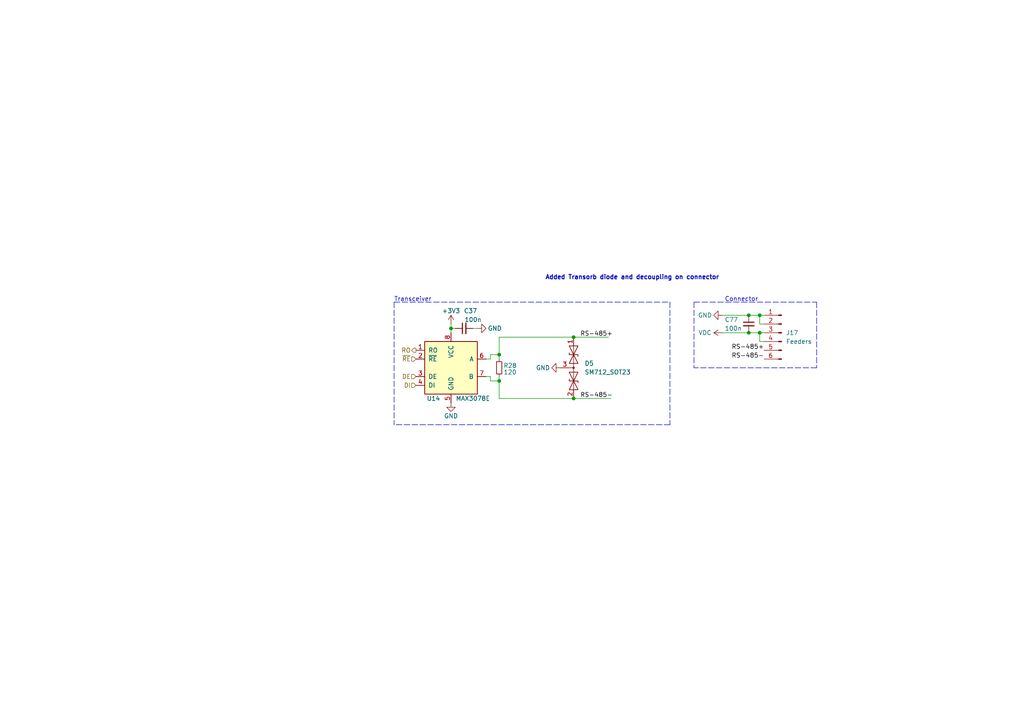
<source format=kicad_sch>
(kicad_sch (version 20211123) (generator eeschema)
  (paper "A4")
  (title_block (title "LumenPnP Motherboard") (date "2022-09-09") (rev "004A") (company "Opulo") (comment 1 "Reengineered by Magpie"))
  (lib_symbols
    (symbol "Connector:Conn_01x06_Male" (pin_names (offset 1.016) hide)
      (property "Reference" "J" (at 0 7.62 0))
      (property "Value" "Conn_01x06_Male" (at 0 -10.16 0))
      (symbol "Conn_01x06_Male_1_1"
        (polyline (pts (xy 1.27 -7.62) (xy 0.8636 -7.62)) (stroke (width 0.1524)))
        (polyline (pts (xy 1.27 -5.08) (xy 0.8636 -5.08)) (stroke (width 0.1524)))
        (polyline (pts (xy 1.27 -2.54) (xy 0.8636 -2.54)) (stroke (width 0.1524)))
        (polyline (pts (xy 1.27 0) (xy 0.8636 0)) (stroke (width 0.1524)))
        (polyline (pts (xy 1.27 2.54) (xy 0.8636 2.54)) (stroke (width 0.1524)))
        (polyline (pts (xy 1.27 5.08) (xy 0.8636 5.08)) (stroke (width 0.1524)))
        (rectangle (start 0.8636 -7.493) (end 0 -7.747) (stroke (width 0.1524)) (fill (type outline)))
        (rectangle (start 0.8636 -4.953) (end 0 -5.207) (stroke (width 0.1524)) (fill (type outline)))
        (rectangle (start 0.8636 -2.413) (end 0 -2.667) (stroke (width 0.1524)) (fill (type outline)))
        (rectangle (start 0.8636 0.127) (end 0 -0.127) (stroke (width 0.1524)) (fill (type outline)))
        (rectangle (start 0.8636 2.667) (end 0 2.413) (stroke (width 0.1524)) (fill (type outline)))
        (rectangle (start 0.8636 5.207) (end 0 4.953) (stroke (width 0.1524)) (fill (type outline)))
        (pin passive line (at 5.08 5.08 180) (length 3.81) (name "Pin_1") (number "1"))
        (pin passive line (at 5.08 2.54 180) (length 3.81) (name "Pin_2") (number "2"))
        (pin passive line (at 5.08 0 180) (length 3.81) (name "Pin_3") (number "3"))
        (pin passive line (at 5.08 -2.54 180) (length 3.81) (name "Pin_4") (number "4"))
        (pin passive line (at 5.08 -5.08 180) (length 3.81) (name "Pin_5") (number "5"))
        (pin passive line (at 5.08 -7.62 180) (length 3.81) (name "Pin_6") (number "6"))
      )
    )
    (symbol "Device:C_Small" (pin_numbers hide) (pin_names (offset 0.254) hide)
      (property "Reference" "C" (at 0.254 1.778 0))
      (property "Value" "C_Small" (at 0.254 -2.032 0))
      (symbol "C_Small_0_1"
        (polyline (pts (xy -1.524 -0.508) (xy 1.524 -0.508)) (stroke (width 0.3302)))
        (polyline (pts (xy -1.524 0.508) (xy 1.524 0.508)) (stroke (width 0.3048)))
      )
      (symbol "C_Small_1_1"
        (pin passive line (at 0 2.54 270) (length 2.032) (name "~") (number "1"))
        (pin passive line (at 0 -2.54 90) (length 2.032) (name "~") (number "2"))
      )
    )
    (symbol "Device:R_Small" (pin_numbers hide) (pin_names (offset 0.254) hide)
      (property "Reference" "R" (at 0.762 0.508 0))
      (property "Value" "R_Small" (at 0.762 -1.016 0))
      (symbol "R_Small_0_1"
        (rectangle (start -0.762 1.778) (end 0.762 -1.778) (stroke (width 0.2032)))
      )
      (symbol "R_Small_1_1"
        (pin passive line (at 0 2.54 270) (length 0.762) (name "~") (number "1"))
        (pin passive line (at 0 -2.54 90) (length 0.762) (name "~") (number "2"))
      )
    )
    (symbol "Diode:SM712_SOT23" (pin_names (offset 1.016) hide)
      (property "Reference" "D" (at 0 4.445 0))
      (property "Value" "SM712_SOT23" (at 0 2.54 0))
      (symbol "SM712_SOT23_0_0"
        (polyline (pts (xy 0 -1.27) (xy 0 0)))
      )
      (symbol "SM712_SOT23_0_1"
        (polyline (pts (xy -6.35 0) (xy 6.35 0)))
        (polyline (pts (xy -3.302 1.27) (xy -3.81 1.27) (xy -3.81 -1.27) (xy -4.318 -1.27)) (stroke (width 0.2032)))
        (polyline (pts (xy 4.318 1.27) (xy 3.81 1.27) (xy 3.81 -1.27) (xy 3.302 -1.27)) (stroke (width 0.2032)))
        (polyline (pts (xy -6.35 -1.27) (xy -1.27 1.27) (xy -1.27 -1.27) (xy -6.35 1.27) (xy -6.35 -1.27)) (stroke (width 0.2032)))
        (polyline (pts (xy 1.27 -1.27) (xy 1.27 1.27) (xy 6.35 -1.27) (xy 6.35 1.27) (xy 1.27 -1.27)) (stroke (width 0.2032)))
        (circle (center 0 0) (radius 0.254) (fill (type outline)))
      )
      (symbol "SM712_SOT23_1_1"
        (pin passive line (at -8.89 0 0) (length 2.54) (name "A1") (number "1"))
        (pin passive line (at 8.89 0 180) (length 2.54) (name "A2") (number "2"))
        (pin input line (at 0 -3.81 90) (length 2.54) (name "common") (number "3"))
      )
    )
    (symbol "Interface_UART:MAX3078E" (pin_names (offset 1.016))
      (property "Reference" "U" (at -7.62 8.89 0))
      (property "Value" "MAX3078E" (at 2.54 8.89 0))
      (symbol "MAX3078E_0_1"
        (rectangle (start -7.62 7.62) (end 7.62 -7.62) (stroke (width 0.254)) (fill (type background)))
      )
      (symbol "MAX3078E_1_1"
        (pin output line (at -10.16 5.08 0) (length 2.54) (name "RO") (number "1"))
        (pin input line (at -10.16 2.54 0) (length 2.54) (name "~{RE}") (number "2"))
        (pin input line (at -10.16 -2.54 0) (length 2.54) (name "DE") (number "3"))
        (pin input line (at -10.16 -5.08 0) (length 2.54) (name "DI") (number "4"))
        (pin power_in line (at 0 -10.16 90) (length 2.54) (name "GND") (number "5"))
        (pin bidirectional line (at 10.16 2.54 180) (length 2.54) (name "A") (number "6"))
        (pin bidirectional line (at 10.16 -2.54 180) (length 2.54) (name "B") (number "7"))
        (pin power_in line (at 0 10.16 270) (length 2.54) (name "VCC") (number "8"))
      )
    )
    (symbol "power:+3.3V" (power) (pin_names (offset 0))
      (property "Value" "+3.3V" (at 0 3.556 0))
      (symbol "+3.3V_0_1"
        (polyline (pts (xy -0.762 1.27) (xy 0 2.54)))
        (polyline (pts (xy 0 0) (xy 0 2.54)))
        (polyline (pts (xy 0 2.54) (xy 0.762 1.27)))
      )
      (symbol "+3.3V_1_1"
        (pin power_in line (at 0 0 90) (length 0) hide (name "+3V3") (number "1"))
      )
    )
    (symbol "power:GND" (power) (pin_names (offset 0))
      (property "Value" "GND" (at 0 -3.81 0))
      (symbol "GND_0_1"
        (polyline (pts (xy 0 0) (xy 0 -1.27) (xy 1.27 -1.27) (xy 0 -2.54) (xy -1.27 -1.27) (xy 0 -1.27)))
      )
      (symbol "GND_1_1"
        (pin power_in line (at 0 0 270) (length 0) hide (name "GND") (number "1"))
      )
    )
    (symbol "power:VDC" (power) (pin_names (offset 0))
      (property "Value" "VDC" (at 0 6.35 0))
      (symbol "VDC_0_1"
        (polyline (pts (xy -0.762 1.27) (xy 0 2.54)))
        (polyline (pts (xy 0 0) (xy 0 2.54)))
        (polyline (pts (xy 0 2.54) (xy 0.762 1.27)))
      )
      (symbol "VDC_1_1"
        (pin power_in line (at 0 0 90) (length 0) hide (name "VDC") (number "1"))
      )
    )
  )
  (junction (at 220.345 96.52))
  (junction (at 144.78 110.49))
  (junction (at 217.17 91.44))
  (junction (at 166.37 115.57))
  (junction (at 166.37 97.79))
  (junction (at 130.81 95.25))
  (junction (at 220.345 91.44))
  (junction (at 144.78 102.87))
  (junction (at 217.17 96.52))
  (wire (pts (xy 209.55 91.44) (xy 217.17 91.44)))
  (wire (pts (xy 142.24 102.87) (xy 144.78 102.87)))
  (wire (pts (xy 220.345 96.52) (xy 221.615 96.52)))
  (wire (pts (xy 142.24 104.14) (xy 142.24 102.87)))
  (wire (pts (xy 142.24 110.49) (xy 144.78 110.49)))
  (wire (pts (xy 144.78 102.87) (xy 144.78 97.79)))
  (wire (pts (xy 166.37 97.79) (xy 176.53 97.79)))
  (wire (pts (xy 217.17 91.44) (xy 220.345 91.44)))
  (wire (pts (xy 221.615 99.06) (xy 220.345 99.06)))
  (wire (pts (xy 144.78 109.22) (xy 144.78 110.49)))
  (wire (pts (xy 220.345 91.44) (xy 221.615 91.44)))
  (polyline (pts (xy 236.855 106.68) (xy 201.295 106.68)))
  (polyline (pts (xy 194.31 87.63) (xy 194.31 123.19)))
  (wire (pts (xy 220.345 93.98) (xy 220.345 91.44)))
  (wire (pts (xy 221.615 93.98) (xy 220.345 93.98)))
  (polyline (pts (xy 114.3 87.63) (xy 114.3 123.19)))
  (wire (pts (xy 132.08 95.25) (xy 130.81 95.25)))
  (wire (pts (xy 217.17 96.52) (xy 220.345 96.52)))
  (wire (pts (xy 140.97 109.22) (xy 142.24 109.22)))
  (wire (pts (xy 144.78 97.79) (xy 166.37 97.79)))
  (polyline (pts (xy 201.295 87.63) (xy 201.295 106.68)))
  (wire (pts (xy 144.78 115.57) (xy 166.37 115.57)))
  (wire (pts (xy 220.345 96.52) (xy 220.345 99.06)))
  (wire (pts (xy 130.81 95.25) (xy 130.81 96.52)))
  (wire (pts (xy 209.55 96.52) (xy 217.17 96.52)))
  (polyline (pts (xy 194.31 123.19) (xy 114.3 123.19)))
  (wire (pts (xy 144.78 110.49) (xy 144.78 115.57)))
  (wire (pts (xy 140.97 104.14) (xy 142.24 104.14)))
  (wire (pts (xy 142.24 109.22) (xy 142.24 110.49)))
  (wire (pts (xy 137.16 95.25) (xy 138.43 95.25)))
  (wire (pts (xy 144.78 102.87) (xy 144.78 104.14)))
  (wire (pts (xy 130.81 95.25) (xy 130.81 93.98)))
  (polyline (pts (xy 114.3 87.63) (xy 194.31 87.63)))
  (polyline (pts (xy 201.295 87.63) (xy 236.855 87.63)))
  (wire (pts (xy 166.37 115.57) (xy 177.165 115.57)))
  (polyline (pts (xy 236.855 87.63) (xy 236.855 106.68)))
  (text "Transceiver" (at 114.3 87.63 0) (effects (font (size 1.27 1.27)) (justify left bottom)))
  (text "Added Transorb diode and decoupling on connector" (at 158.115 81.28 0) (effects (font (size 1.27 1.27) bold) (justify left bottom)))
  (text "Connector" (at 210.185 87.63 0) (effects (font (size 1.27 1.27)) (justify left bottom)))
  (label "RS-485-" (at 168.275 115.57 0))
  (label "RS-485-" (at 221.615 104.14 180))
  (label "RS-485+" (at 221.615 101.6 180))
  (label "RS-485+" (at 168.275 97.79 0))
  (hierarchical_label "~{RE}" (shape input) (at 120.65 104.14 180))
  (hierarchical_label "RO" (shape output) (at 120.65 101.6 180))
  (hierarchical_label "DE" (shape input) (at 120.65 109.22 180))
  (hierarchical_label "DI" (shape input) (at 120.65 111.76 180))
  (symbol (lib_id "power:VDC") (at 209.55 96.52 90) (unit 1)
    (property "Reference" "#PWR0174" (effects hide))
    (property "Value" "VDC" (at 204.47 96.52 90))
  )
  (symbol (lib_id "Diode:SM712_SOT23") (at 166.37 106.68 270) (unit 1)
    (property "Reference" "D5" (at 169.545 105.4099 90) (effects (justify left)))
    (property "Value" "SM712_SOT23" (at 169.545 107.9499 90) (effects (justify left)))
    (property "Footprint" "Package_TO_SOT_SMD:SOT-23" (effects hide))
    (property "Datasheet" "https://www.littelfuse.com/~/media/electronics/datasheets/tvs_diode_arrays/littelfuse_tvs_diode_array_sm712_datasheet.pdf.pdf" (effects hide))
  )
  (symbol (lib_id "power:GND") (at 209.55 91.44 270) (unit 1)
    (property "Reference" "#PWR0175" (effects hide))
    (property "Value" "GND" (at 204.47 91.44 90))
  )
  (symbol (lib_id "power:GND") (at 162.56 106.68 270) (unit 1)
    (property "Reference" "#PWR036" (effects hide))
    (property "Value" "GND" (at 157.48 106.68 90))
  )
  (symbol (lib_id "Device:C_Small") (at 217.17 93.98 0) (unit 1)
    (property "Reference" "C77" (at 210.185 92.71 0) (effects (justify left)))
    (property "Value" "100n" (at 210.185 95.25 0) (effects (justify left)))
    (property "Footprint" "Capacitor_SMD:C_0805_2012Metric" (effects hide))
    (property "Digikey" "1276-1180-1-ND" (effects hide))
    (property "JLCPCB" "C49678" (effects hide))
    (property "LCSC" "C360619" (effects hide))
    (property "Mouser" "581-08055C104K" (effects hide))
  )
  (symbol (lib_id "Connector:Conn_01x06_Male") (at 226.695 96.52 0) (mirror y) (unit 1)
    (property "Reference" "J17" (at 227.965 96.52 0) (effects (justify right)))
    (property "Value" "Feeders" (at 227.965 99.06 0) (effects (justify right)))
    (property "Footprint" "Connector_IDC:IDC-Header_2x03_P2.54mm_Vertical" (effects hide))
    (property "LCSC" "C601936" (effects hide))
    (property "JLCPCB" "C601936" (effects hide))
  )
  (symbol (lib_id "Device:R_Small") (at 144.78 106.68 0) (unit 1)
    (property "Reference" "R28" (at 147.955 106.045 0))
    (property "Value" "120" (at 147.955 107.95 0))
    (property "Footprint" "Resistor_SMD:R_0805_2012Metric" (effects hide))
    (property "Datasheet" "https://www.vishay.com/docs/20035/dcrcwe3.pdf" (effects hide))
    (property "Digikey" "541-120CCT-ND" (effects hide))
    (property "JLCPCB" " C17437" (effects hide))
    (property "LCSC" "C131390 " (effects hide))
    (property "Mouser" "71-CRCW0805120RFKEA" (effects hide))
  )
  (symbol (lib_id "Device:C_Small") (at 134.62 95.25 90) (unit 1)
    (property "Reference" "C37" (at 138.43 90.17 90) (effects (justify left)))
    (property "Value" "100n" (at 139.7 92.71 90) (effects (justify left)))
    (property "Footprint" "Capacitor_SMD:C_0805_2012Metric" (effects hide))
    (property "Digikey" "1276-1180-1-ND" (effects hide))
    (property "JLCPCB" "C49678" (effects hide))
    (property "LCSC" "C360619" (effects hide))
    (property "Mouser" "581-08055C104K" (effects hide))
  )
  (symbol (lib_id "power:GND") (at 138.43 95.25 90) (unit 1)
    (property "Reference" "#PWR0167" (effects hide))
    (property "Value" "GND" (at 143.51 95.25 90))
  )
  (symbol (lib_id "Interface_UART:MAX3078E") (at 130.81 106.68 0) (unit 1)
    (property "Reference" "U14" (at 125.73 115.57 0))
    (property "Value" "MAX3078E" (at 137.16 115.57 0))
    (property "Footprint" "Package_SO:SOIC-8_3.9x4.9mm_P1.27mm" (effects hide))
    (property "Datasheet" "https://datasheets.maximintegrated.com/en/ds/MAX3070E-MAX3079E.pdf" (effects hide))
    (property "LCSC" "C40031" (effects hide))
    (property "Mouser" "700-MAX3078EESA " (effects hide))
    (property "JLCPCB" "C40031" (effects hide))
    (property "Digikey" "MAX3078EASA+-ND" (effects hide))
  )
  (symbol (lib_id "power:+3.3V") (at 130.81 93.98 0) (unit 1)
    (property "Reference" "#PWR0168" (effects hide))
    (property "Value" "+3.3V" (at 130.81 90.17 0))
  )
  (symbol (lib_id "power:GND") (at 130.81 116.84 0) (unit 1)
    (property "Reference" "#PWR0169" (effects hide))
    (property "Value" "GND" (at 130.81 120.65 0))
  )
)
</source>
